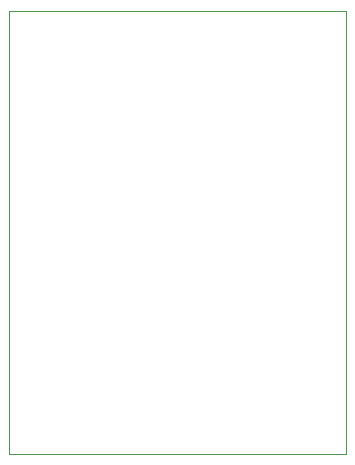
<source format=gm1>
G04 #@! TF.GenerationSoftware,KiCad,Pcbnew,(6.0.0-rc1-dev-1386-g1c99784e9)*
G04 #@! TF.CreationDate,2018-12-20T11:02:25-05:00
G04 #@! TF.ProjectId,TLAUX_Adapter_PSOC5,544c4155-585f-4416-9461-707465725f50,rev?*
G04 #@! TF.SameCoordinates,Original*
G04 #@! TF.FileFunction,Profile,NP*
%FSLAX46Y46*%
G04 Gerber Fmt 4.6, Leading zero omitted, Abs format (unit mm)*
G04 Created by KiCad (PCBNEW (6.0.0-rc1-dev-1386-g1c99784e9)) date 12/20/2018 11:02:25 AM*
%MOMM*%
%LPD*%
G04 APERTURE LIST*
%ADD10C,0.050000*%
G04 APERTURE END LIST*
D10*
X139065000Y-114935000D02*
X139065000Y-77470000D01*
X167640000Y-114935000D02*
X139065000Y-114935000D01*
X167640000Y-77470000D02*
X167640000Y-114935000D01*
X139065000Y-77470000D02*
X167640000Y-77470000D01*
M02*

</source>
